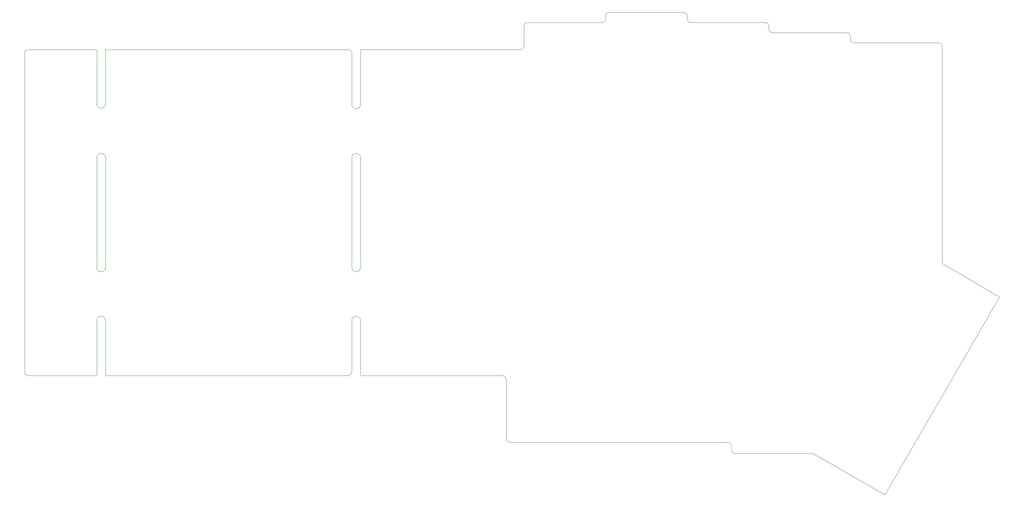
<source format=gbr>
%TF.GenerationSoftware,KiCad,Pcbnew,(5.1.9-0-10_14)*%
%TF.CreationDate,2021-09-05T14:47:07-05:00*%
%TF.ProjectId,wren-universal,7772656e-2d75-46e6-9976-657273616c2e,rev?*%
%TF.SameCoordinates,Original*%
%TF.FileFunction,Profile,NP*%
%FSLAX46Y46*%
G04 Gerber Fmt 4.6, Leading zero omitted, Abs format (unit mm)*
G04 Created by KiCad (PCBNEW (5.1.9-0-10_14)) date 2021-09-05 14:47:07*
%MOMM*%
%LPD*%
G01*
G04 APERTURE LIST*
%TA.AperFunction,Profile*%
%ADD10C,0.050000*%
%TD*%
G04 APERTURE END LIST*
D10*
X114928750Y-53530500D02*
X98164750Y-53530500D01*
X115690750Y-54292500D02*
X115690750Y-66357500D01*
X114928750Y-53530500D02*
G75*
G02*
X115690750Y-54292500I0J-762000D01*
G01*
X114928750Y-129730500D02*
X58286750Y-129730500D01*
X115690750Y-116903500D02*
X115690750Y-128968500D01*
X115690750Y-128968500D02*
G75*
G02*
X114928750Y-129730500I-762000J0D01*
G01*
X117722750Y-53657500D02*
X117722750Y-66357500D01*
X117722750Y-129603500D02*
X117722750Y-116903500D01*
X117722750Y-78803500D02*
X117722750Y-104457500D01*
X115690750Y-104457500D02*
X115690750Y-78803500D01*
X58159750Y-53657500D02*
X58159750Y-66230500D01*
X56127750Y-66230500D02*
X56127750Y-53657500D01*
X58159750Y-78803500D02*
X58159750Y-104457500D01*
X56127750Y-104457500D02*
X56127750Y-78803500D01*
X58159750Y-129603500D02*
X58159750Y-116903500D01*
X56127750Y-116903500D02*
X56127750Y-129603500D01*
X56000750Y-129730500D02*
X40056500Y-129730250D01*
X56127750Y-129603500D02*
G75*
G02*
X56000750Y-129730500I-127000J0D01*
G01*
X58286750Y-129730500D02*
G75*
G02*
X58159750Y-129603500I0J127000D01*
G01*
X56127750Y-116903500D02*
G75*
G02*
X58159750Y-116903500I1016000J0D01*
G01*
X58159750Y-104457500D02*
G75*
G02*
X56127750Y-104457500I-1016000J0D01*
G01*
X56127750Y-78803500D02*
G75*
G02*
X58159750Y-78803500I1016000J0D01*
G01*
X56000750Y-53530500D02*
G75*
G02*
X56127750Y-53657500I0J-127000D01*
G01*
X56000750Y-53530500D02*
X40056500Y-53530500D01*
X58159750Y-53657500D02*
G75*
G02*
X58286750Y-53530500I127000J0D01*
G01*
X58159750Y-66230500D02*
G75*
G02*
X56127750Y-66230500I-1016000J0D01*
G01*
X117849750Y-129730500D02*
X147179000Y-129730500D01*
X117849750Y-129730500D02*
G75*
G02*
X117722750Y-129603500I0J127000D01*
G01*
X115690750Y-116903500D02*
G75*
G02*
X117722750Y-116903500I1016000J0D01*
G01*
X117722750Y-104457500D02*
G75*
G02*
X115690750Y-104457500I-1016000J0D01*
G01*
X115690750Y-78803500D02*
G75*
G02*
X117722750Y-78803500I1016000J0D01*
G01*
X117722750Y-66357500D02*
G75*
G02*
X115690750Y-66357500I-1016000J0D01*
G01*
X98164750Y-53530500D02*
X58286750Y-53530500D01*
X117849750Y-53530500D02*
X155114000Y-53530500D01*
X117722750Y-53657500D02*
G75*
G02*
X117849750Y-53530500I127000J0D01*
G01*
X150933500Y-129730750D02*
X147179000Y-129730500D01*
X151727000Y-144526250D02*
X151727000Y-130524250D01*
X152520500Y-145319750D02*
X203517500Y-145319750D01*
X204311000Y-146113250D02*
X204311000Y-147193000D01*
X152520500Y-145319750D02*
G75*
G02*
X151727000Y-144526250I0J793500D01*
G01*
X253508000Y-103536750D02*
X253508000Y-52736750D01*
X266916000Y-111410750D02*
X253508000Y-103536750D01*
X240119000Y-157638750D02*
X266916000Y-111410750D01*
X223355000Y-147986750D02*
X240119000Y-157638750D01*
X205104500Y-147986500D02*
X223355000Y-147986750D01*
X205104500Y-147986500D02*
G75*
G02*
X204311000Y-147193000I0J793500D01*
G01*
X203517500Y-145319750D02*
G75*
G02*
X204311000Y-146113250I0J-793500D01*
G01*
X150933500Y-129730750D02*
G75*
G02*
X151727000Y-130524250I0J-793500D01*
G01*
X40056500Y-129730250D02*
G75*
G02*
X39263000Y-128936750I0J793500D01*
G01*
X39262750Y-54324250D02*
X39263000Y-128936750D01*
X39262750Y-54324250D02*
G75*
G02*
X40056500Y-53530500I793750J0D01*
G01*
X155907750Y-52736750D02*
G75*
G02*
X155114000Y-53530500I-793750J0D01*
G01*
X155907250Y-47974250D02*
X155907500Y-52736750D01*
X155907250Y-47974250D02*
G75*
G02*
X156701000Y-47180500I793750J0D01*
G01*
X174158000Y-47180500D02*
X156701000Y-47180500D01*
X174951750Y-46386750D02*
G75*
G02*
X174158000Y-47180500I-793750J0D01*
G01*
X174951250Y-45593000D02*
X174951500Y-46386750D01*
X174951250Y-45593000D02*
G75*
G02*
X175745000Y-44799250I793750J0D01*
G01*
X193202000Y-44799500D02*
X175745000Y-44799250D01*
X193202000Y-44799500D02*
G75*
G02*
X193995500Y-45593000I0J-793500D01*
G01*
X193995500Y-46386750D02*
X193995500Y-45593000D01*
X194789000Y-47180250D02*
G75*
G02*
X193995500Y-46386750I0J793500D01*
G01*
X212246000Y-47180750D02*
X194789000Y-47180500D01*
X212246000Y-47180750D02*
G75*
G02*
X213039500Y-47974250I0J-793500D01*
G01*
X213039500Y-48768000D02*
X213039500Y-47974250D01*
X213833000Y-49561500D02*
G75*
G02*
X213039500Y-48768000I0J793500D01*
G01*
X231290000Y-49562000D02*
X213833000Y-49561750D01*
X232083500Y-50355500D02*
X232083500Y-51149250D01*
X231290000Y-49562000D02*
G75*
G02*
X232083500Y-50355500I0J-793500D01*
G01*
X232877000Y-51942750D02*
G75*
G02*
X232083500Y-51149250I0J793500D01*
G01*
X252714500Y-51943250D02*
X232877000Y-51943000D01*
X252714500Y-51943250D02*
G75*
G02*
X253508000Y-52736750I0J-793500D01*
G01*
M02*

</source>
